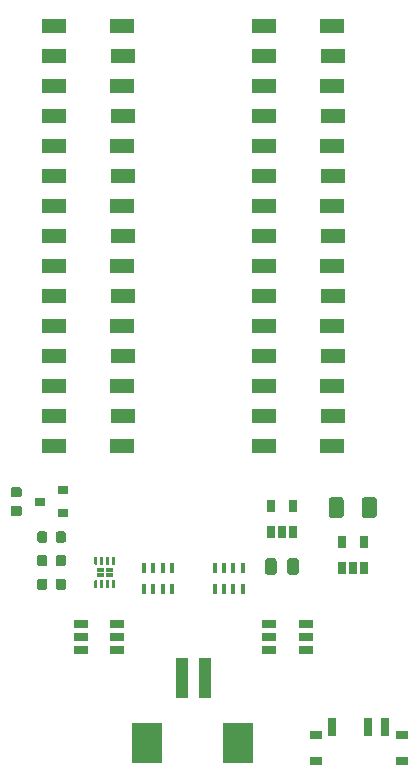
<source format=gbr>
G04 #@! TF.GenerationSoftware,KiCad,Pcbnew,(5.0.1-3-g963ef8bb5)*
G04 #@! TF.CreationDate,2020-03-03T13:58:01+01:00*
G04 #@! TF.ProjectId,studIOTmega_v11,73747564494F546D6567615F7631312E,rev?*
G04 #@! TF.SameCoordinates,Original*
G04 #@! TF.FileFunction,Paste,Top*
G04 #@! TF.FilePolarity,Positive*
%FSLAX46Y46*%
G04 Gerber Fmt 4.6, Leading zero omitted, Abs format (unit mm)*
G04 Created by KiCad (PCBNEW (5.0.1-3-g963ef8bb5)) date 2020 March 03, Tuesday 13:58:01*
%MOMM*%
%LPD*%
G01*
G04 APERTURE LIST*
%ADD10R,0.900000X0.800000*%
%ADD11C,0.100000*%
%ADD12C,0.360000*%
%ADD13C,0.250000*%
%ADD14R,2.000000X1.200000*%
%ADD15C,0.975000*%
%ADD16C,1.250000*%
%ADD17R,1.000000X3.500000*%
%ADD18R,2.500000X3.500000*%
%ADD19C,0.875000*%
%ADD20R,0.400000X0.900000*%
%ADD21R,0.700000X1.500000*%
%ADD22R,1.000000X0.800000*%
%ADD23R,0.650000X1.060000*%
%ADD24R,1.300000X0.700000*%
G04 APERTURE END LIST*
D10*
G04 #@! TO.C,Q00*
X89000000Y-123450000D03*
X89000000Y-121550000D03*
X87000000Y-122500000D03*
G04 #@! TD*
D11*
G04 #@! TO.C,U02*
G36*
X92343822Y-128545433D02*
X92352558Y-128546729D01*
X92361126Y-128548875D01*
X92369442Y-128551851D01*
X92377426Y-128555627D01*
X92385001Y-128560168D01*
X92392095Y-128565429D01*
X92398640Y-128571360D01*
X92404571Y-128577905D01*
X92409832Y-128584999D01*
X92414373Y-128592574D01*
X92418149Y-128600558D01*
X92421125Y-128608874D01*
X92423271Y-128617442D01*
X92424567Y-128626178D01*
X92425000Y-128635000D01*
X92425000Y-128815000D01*
X92424567Y-128823822D01*
X92423271Y-128832558D01*
X92421125Y-128841126D01*
X92418149Y-128849442D01*
X92414373Y-128857426D01*
X92409832Y-128865001D01*
X92404571Y-128872095D01*
X92398640Y-128878640D01*
X92392095Y-128884571D01*
X92385001Y-128889832D01*
X92377426Y-128894373D01*
X92369442Y-128898149D01*
X92361126Y-128901125D01*
X92352558Y-128903271D01*
X92343822Y-128904567D01*
X92335000Y-128905000D01*
X91915000Y-128905000D01*
X91906178Y-128904567D01*
X91897442Y-128903271D01*
X91888874Y-128901125D01*
X91880558Y-128898149D01*
X91872574Y-128894373D01*
X91864999Y-128889832D01*
X91857905Y-128884571D01*
X91851360Y-128878640D01*
X91845429Y-128872095D01*
X91840168Y-128865001D01*
X91835627Y-128857426D01*
X91831851Y-128849442D01*
X91828875Y-128841126D01*
X91826729Y-128832558D01*
X91825433Y-128823822D01*
X91825000Y-128815000D01*
X91825000Y-128635000D01*
X91825433Y-128626178D01*
X91826729Y-128617442D01*
X91828875Y-128608874D01*
X91831851Y-128600558D01*
X91835627Y-128592574D01*
X91840168Y-128584999D01*
X91845429Y-128577905D01*
X91851360Y-128571360D01*
X91857905Y-128565429D01*
X91864999Y-128560168D01*
X91872574Y-128555627D01*
X91880558Y-128551851D01*
X91888874Y-128548875D01*
X91897442Y-128546729D01*
X91906178Y-128545433D01*
X91915000Y-128545000D01*
X92335000Y-128545000D01*
X92343822Y-128545433D01*
X92343822Y-128545433D01*
G37*
D12*
X92125000Y-128725000D03*
D11*
G36*
X93093822Y-128545433D02*
X93102558Y-128546729D01*
X93111126Y-128548875D01*
X93119442Y-128551851D01*
X93127426Y-128555627D01*
X93135001Y-128560168D01*
X93142095Y-128565429D01*
X93148640Y-128571360D01*
X93154571Y-128577905D01*
X93159832Y-128584999D01*
X93164373Y-128592574D01*
X93168149Y-128600558D01*
X93171125Y-128608874D01*
X93173271Y-128617442D01*
X93174567Y-128626178D01*
X93175000Y-128635000D01*
X93175000Y-128815000D01*
X93174567Y-128823822D01*
X93173271Y-128832558D01*
X93171125Y-128841126D01*
X93168149Y-128849442D01*
X93164373Y-128857426D01*
X93159832Y-128865001D01*
X93154571Y-128872095D01*
X93148640Y-128878640D01*
X93142095Y-128884571D01*
X93135001Y-128889832D01*
X93127426Y-128894373D01*
X93119442Y-128898149D01*
X93111126Y-128901125D01*
X93102558Y-128903271D01*
X93093822Y-128904567D01*
X93085000Y-128905000D01*
X92665000Y-128905000D01*
X92656178Y-128904567D01*
X92647442Y-128903271D01*
X92638874Y-128901125D01*
X92630558Y-128898149D01*
X92622574Y-128894373D01*
X92614999Y-128889832D01*
X92607905Y-128884571D01*
X92601360Y-128878640D01*
X92595429Y-128872095D01*
X92590168Y-128865001D01*
X92585627Y-128857426D01*
X92581851Y-128849442D01*
X92578875Y-128841126D01*
X92576729Y-128832558D01*
X92575433Y-128823822D01*
X92575000Y-128815000D01*
X92575000Y-128635000D01*
X92575433Y-128626178D01*
X92576729Y-128617442D01*
X92578875Y-128608874D01*
X92581851Y-128600558D01*
X92585627Y-128592574D01*
X92590168Y-128584999D01*
X92595429Y-128577905D01*
X92601360Y-128571360D01*
X92607905Y-128565429D01*
X92614999Y-128560168D01*
X92622574Y-128555627D01*
X92630558Y-128551851D01*
X92638874Y-128548875D01*
X92647442Y-128546729D01*
X92656178Y-128545433D01*
X92665000Y-128545000D01*
X93085000Y-128545000D01*
X93093822Y-128545433D01*
X93093822Y-128545433D01*
G37*
D12*
X92875000Y-128725000D03*
D11*
G36*
X92343822Y-128095433D02*
X92352558Y-128096729D01*
X92361126Y-128098875D01*
X92369442Y-128101851D01*
X92377426Y-128105627D01*
X92385001Y-128110168D01*
X92392095Y-128115429D01*
X92398640Y-128121360D01*
X92404571Y-128127905D01*
X92409832Y-128134999D01*
X92414373Y-128142574D01*
X92418149Y-128150558D01*
X92421125Y-128158874D01*
X92423271Y-128167442D01*
X92424567Y-128176178D01*
X92425000Y-128185000D01*
X92425000Y-128365000D01*
X92424567Y-128373822D01*
X92423271Y-128382558D01*
X92421125Y-128391126D01*
X92418149Y-128399442D01*
X92414373Y-128407426D01*
X92409832Y-128415001D01*
X92404571Y-128422095D01*
X92398640Y-128428640D01*
X92392095Y-128434571D01*
X92385001Y-128439832D01*
X92377426Y-128444373D01*
X92369442Y-128448149D01*
X92361126Y-128451125D01*
X92352558Y-128453271D01*
X92343822Y-128454567D01*
X92335000Y-128455000D01*
X91915000Y-128455000D01*
X91906178Y-128454567D01*
X91897442Y-128453271D01*
X91888874Y-128451125D01*
X91880558Y-128448149D01*
X91872574Y-128444373D01*
X91864999Y-128439832D01*
X91857905Y-128434571D01*
X91851360Y-128428640D01*
X91845429Y-128422095D01*
X91840168Y-128415001D01*
X91835627Y-128407426D01*
X91831851Y-128399442D01*
X91828875Y-128391126D01*
X91826729Y-128382558D01*
X91825433Y-128373822D01*
X91825000Y-128365000D01*
X91825000Y-128185000D01*
X91825433Y-128176178D01*
X91826729Y-128167442D01*
X91828875Y-128158874D01*
X91831851Y-128150558D01*
X91835627Y-128142574D01*
X91840168Y-128134999D01*
X91845429Y-128127905D01*
X91851360Y-128121360D01*
X91857905Y-128115429D01*
X91864999Y-128110168D01*
X91872574Y-128105627D01*
X91880558Y-128101851D01*
X91888874Y-128098875D01*
X91897442Y-128096729D01*
X91906178Y-128095433D01*
X91915000Y-128095000D01*
X92335000Y-128095000D01*
X92343822Y-128095433D01*
X92343822Y-128095433D01*
G37*
D12*
X92125000Y-128275000D03*
D11*
G36*
X93093822Y-128095433D02*
X93102558Y-128096729D01*
X93111126Y-128098875D01*
X93119442Y-128101851D01*
X93127426Y-128105627D01*
X93135001Y-128110168D01*
X93142095Y-128115429D01*
X93148640Y-128121360D01*
X93154571Y-128127905D01*
X93159832Y-128134999D01*
X93164373Y-128142574D01*
X93168149Y-128150558D01*
X93171125Y-128158874D01*
X93173271Y-128167442D01*
X93174567Y-128176178D01*
X93175000Y-128185000D01*
X93175000Y-128365000D01*
X93174567Y-128373822D01*
X93173271Y-128382558D01*
X93171125Y-128391126D01*
X93168149Y-128399442D01*
X93164373Y-128407426D01*
X93159832Y-128415001D01*
X93154571Y-128422095D01*
X93148640Y-128428640D01*
X93142095Y-128434571D01*
X93135001Y-128439832D01*
X93127426Y-128444373D01*
X93119442Y-128448149D01*
X93111126Y-128451125D01*
X93102558Y-128453271D01*
X93093822Y-128454567D01*
X93085000Y-128455000D01*
X92665000Y-128455000D01*
X92656178Y-128454567D01*
X92647442Y-128453271D01*
X92638874Y-128451125D01*
X92630558Y-128448149D01*
X92622574Y-128444373D01*
X92614999Y-128439832D01*
X92607905Y-128434571D01*
X92601360Y-128428640D01*
X92595429Y-128422095D01*
X92590168Y-128415001D01*
X92585627Y-128407426D01*
X92581851Y-128399442D01*
X92578875Y-128391126D01*
X92576729Y-128382558D01*
X92575433Y-128373822D01*
X92575000Y-128365000D01*
X92575000Y-128185000D01*
X92575433Y-128176178D01*
X92576729Y-128167442D01*
X92578875Y-128158874D01*
X92581851Y-128150558D01*
X92585627Y-128142574D01*
X92590168Y-128134999D01*
X92595429Y-128127905D01*
X92601360Y-128121360D01*
X92607905Y-128115429D01*
X92614999Y-128110168D01*
X92622574Y-128105627D01*
X92630558Y-128101851D01*
X92638874Y-128098875D01*
X92647442Y-128096729D01*
X92656178Y-128095433D01*
X92665000Y-128095000D01*
X93085000Y-128095000D01*
X93093822Y-128095433D01*
X93093822Y-128095433D01*
G37*
D12*
X92875000Y-128275000D03*
D11*
G36*
X91818626Y-129150301D02*
X91824693Y-129151201D01*
X91830643Y-129152691D01*
X91836418Y-129154758D01*
X91841962Y-129157380D01*
X91847223Y-129160533D01*
X91852150Y-129164187D01*
X91856694Y-129168306D01*
X91860813Y-129172850D01*
X91864467Y-129177777D01*
X91867620Y-129183038D01*
X91870242Y-129188582D01*
X91872309Y-129194357D01*
X91873799Y-129200307D01*
X91874699Y-129206374D01*
X91875000Y-129212500D01*
X91875000Y-129787500D01*
X91874699Y-129793626D01*
X91873799Y-129799693D01*
X91872309Y-129805643D01*
X91870242Y-129811418D01*
X91867620Y-129816962D01*
X91864467Y-129822223D01*
X91860813Y-129827150D01*
X91856694Y-129831694D01*
X91852150Y-129835813D01*
X91847223Y-129839467D01*
X91841962Y-129842620D01*
X91836418Y-129845242D01*
X91830643Y-129847309D01*
X91824693Y-129848799D01*
X91818626Y-129849699D01*
X91812500Y-129850000D01*
X91687500Y-129850000D01*
X91681374Y-129849699D01*
X91675307Y-129848799D01*
X91669357Y-129847309D01*
X91663582Y-129845242D01*
X91658038Y-129842620D01*
X91652777Y-129839467D01*
X91647850Y-129835813D01*
X91643306Y-129831694D01*
X91639187Y-129827150D01*
X91635533Y-129822223D01*
X91632380Y-129816962D01*
X91629758Y-129811418D01*
X91627691Y-129805643D01*
X91626201Y-129799693D01*
X91625301Y-129793626D01*
X91625000Y-129787500D01*
X91625000Y-129212500D01*
X91625301Y-129206374D01*
X91626201Y-129200307D01*
X91627691Y-129194357D01*
X91629758Y-129188582D01*
X91632380Y-129183038D01*
X91635533Y-129177777D01*
X91639187Y-129172850D01*
X91643306Y-129168306D01*
X91647850Y-129164187D01*
X91652777Y-129160533D01*
X91658038Y-129157380D01*
X91663582Y-129154758D01*
X91669357Y-129152691D01*
X91675307Y-129151201D01*
X91681374Y-129150301D01*
X91687500Y-129150000D01*
X91812500Y-129150000D01*
X91818626Y-129150301D01*
X91818626Y-129150301D01*
G37*
D13*
X91750000Y-129500000D03*
D11*
G36*
X92318626Y-129150301D02*
X92324693Y-129151201D01*
X92330643Y-129152691D01*
X92336418Y-129154758D01*
X92341962Y-129157380D01*
X92347223Y-129160533D01*
X92352150Y-129164187D01*
X92356694Y-129168306D01*
X92360813Y-129172850D01*
X92364467Y-129177777D01*
X92367620Y-129183038D01*
X92370242Y-129188582D01*
X92372309Y-129194357D01*
X92373799Y-129200307D01*
X92374699Y-129206374D01*
X92375000Y-129212500D01*
X92375000Y-129787500D01*
X92374699Y-129793626D01*
X92373799Y-129799693D01*
X92372309Y-129805643D01*
X92370242Y-129811418D01*
X92367620Y-129816962D01*
X92364467Y-129822223D01*
X92360813Y-129827150D01*
X92356694Y-129831694D01*
X92352150Y-129835813D01*
X92347223Y-129839467D01*
X92341962Y-129842620D01*
X92336418Y-129845242D01*
X92330643Y-129847309D01*
X92324693Y-129848799D01*
X92318626Y-129849699D01*
X92312500Y-129850000D01*
X92187500Y-129850000D01*
X92181374Y-129849699D01*
X92175307Y-129848799D01*
X92169357Y-129847309D01*
X92163582Y-129845242D01*
X92158038Y-129842620D01*
X92152777Y-129839467D01*
X92147850Y-129835813D01*
X92143306Y-129831694D01*
X92139187Y-129827150D01*
X92135533Y-129822223D01*
X92132380Y-129816962D01*
X92129758Y-129811418D01*
X92127691Y-129805643D01*
X92126201Y-129799693D01*
X92125301Y-129793626D01*
X92125000Y-129787500D01*
X92125000Y-129212500D01*
X92125301Y-129206374D01*
X92126201Y-129200307D01*
X92127691Y-129194357D01*
X92129758Y-129188582D01*
X92132380Y-129183038D01*
X92135533Y-129177777D01*
X92139187Y-129172850D01*
X92143306Y-129168306D01*
X92147850Y-129164187D01*
X92152777Y-129160533D01*
X92158038Y-129157380D01*
X92163582Y-129154758D01*
X92169357Y-129152691D01*
X92175307Y-129151201D01*
X92181374Y-129150301D01*
X92187500Y-129150000D01*
X92312500Y-129150000D01*
X92318626Y-129150301D01*
X92318626Y-129150301D01*
G37*
D13*
X92250000Y-129500000D03*
D11*
G36*
X92818626Y-129150301D02*
X92824693Y-129151201D01*
X92830643Y-129152691D01*
X92836418Y-129154758D01*
X92841962Y-129157380D01*
X92847223Y-129160533D01*
X92852150Y-129164187D01*
X92856694Y-129168306D01*
X92860813Y-129172850D01*
X92864467Y-129177777D01*
X92867620Y-129183038D01*
X92870242Y-129188582D01*
X92872309Y-129194357D01*
X92873799Y-129200307D01*
X92874699Y-129206374D01*
X92875000Y-129212500D01*
X92875000Y-129787500D01*
X92874699Y-129793626D01*
X92873799Y-129799693D01*
X92872309Y-129805643D01*
X92870242Y-129811418D01*
X92867620Y-129816962D01*
X92864467Y-129822223D01*
X92860813Y-129827150D01*
X92856694Y-129831694D01*
X92852150Y-129835813D01*
X92847223Y-129839467D01*
X92841962Y-129842620D01*
X92836418Y-129845242D01*
X92830643Y-129847309D01*
X92824693Y-129848799D01*
X92818626Y-129849699D01*
X92812500Y-129850000D01*
X92687500Y-129850000D01*
X92681374Y-129849699D01*
X92675307Y-129848799D01*
X92669357Y-129847309D01*
X92663582Y-129845242D01*
X92658038Y-129842620D01*
X92652777Y-129839467D01*
X92647850Y-129835813D01*
X92643306Y-129831694D01*
X92639187Y-129827150D01*
X92635533Y-129822223D01*
X92632380Y-129816962D01*
X92629758Y-129811418D01*
X92627691Y-129805643D01*
X92626201Y-129799693D01*
X92625301Y-129793626D01*
X92625000Y-129787500D01*
X92625000Y-129212500D01*
X92625301Y-129206374D01*
X92626201Y-129200307D01*
X92627691Y-129194357D01*
X92629758Y-129188582D01*
X92632380Y-129183038D01*
X92635533Y-129177777D01*
X92639187Y-129172850D01*
X92643306Y-129168306D01*
X92647850Y-129164187D01*
X92652777Y-129160533D01*
X92658038Y-129157380D01*
X92663582Y-129154758D01*
X92669357Y-129152691D01*
X92675307Y-129151201D01*
X92681374Y-129150301D01*
X92687500Y-129150000D01*
X92812500Y-129150000D01*
X92818626Y-129150301D01*
X92818626Y-129150301D01*
G37*
D13*
X92750000Y-129500000D03*
D11*
G36*
X93318626Y-129150301D02*
X93324693Y-129151201D01*
X93330643Y-129152691D01*
X93336418Y-129154758D01*
X93341962Y-129157380D01*
X93347223Y-129160533D01*
X93352150Y-129164187D01*
X93356694Y-129168306D01*
X93360813Y-129172850D01*
X93364467Y-129177777D01*
X93367620Y-129183038D01*
X93370242Y-129188582D01*
X93372309Y-129194357D01*
X93373799Y-129200307D01*
X93374699Y-129206374D01*
X93375000Y-129212500D01*
X93375000Y-129787500D01*
X93374699Y-129793626D01*
X93373799Y-129799693D01*
X93372309Y-129805643D01*
X93370242Y-129811418D01*
X93367620Y-129816962D01*
X93364467Y-129822223D01*
X93360813Y-129827150D01*
X93356694Y-129831694D01*
X93352150Y-129835813D01*
X93347223Y-129839467D01*
X93341962Y-129842620D01*
X93336418Y-129845242D01*
X93330643Y-129847309D01*
X93324693Y-129848799D01*
X93318626Y-129849699D01*
X93312500Y-129850000D01*
X93187500Y-129850000D01*
X93181374Y-129849699D01*
X93175307Y-129848799D01*
X93169357Y-129847309D01*
X93163582Y-129845242D01*
X93158038Y-129842620D01*
X93152777Y-129839467D01*
X93147850Y-129835813D01*
X93143306Y-129831694D01*
X93139187Y-129827150D01*
X93135533Y-129822223D01*
X93132380Y-129816962D01*
X93129758Y-129811418D01*
X93127691Y-129805643D01*
X93126201Y-129799693D01*
X93125301Y-129793626D01*
X93125000Y-129787500D01*
X93125000Y-129212500D01*
X93125301Y-129206374D01*
X93126201Y-129200307D01*
X93127691Y-129194357D01*
X93129758Y-129188582D01*
X93132380Y-129183038D01*
X93135533Y-129177777D01*
X93139187Y-129172850D01*
X93143306Y-129168306D01*
X93147850Y-129164187D01*
X93152777Y-129160533D01*
X93158038Y-129157380D01*
X93163582Y-129154758D01*
X93169357Y-129152691D01*
X93175307Y-129151201D01*
X93181374Y-129150301D01*
X93187500Y-129150000D01*
X93312500Y-129150000D01*
X93318626Y-129150301D01*
X93318626Y-129150301D01*
G37*
D13*
X93250000Y-129500000D03*
D11*
G36*
X93318626Y-127150301D02*
X93324693Y-127151201D01*
X93330643Y-127152691D01*
X93336418Y-127154758D01*
X93341962Y-127157380D01*
X93347223Y-127160533D01*
X93352150Y-127164187D01*
X93356694Y-127168306D01*
X93360813Y-127172850D01*
X93364467Y-127177777D01*
X93367620Y-127183038D01*
X93370242Y-127188582D01*
X93372309Y-127194357D01*
X93373799Y-127200307D01*
X93374699Y-127206374D01*
X93375000Y-127212500D01*
X93375000Y-127787500D01*
X93374699Y-127793626D01*
X93373799Y-127799693D01*
X93372309Y-127805643D01*
X93370242Y-127811418D01*
X93367620Y-127816962D01*
X93364467Y-127822223D01*
X93360813Y-127827150D01*
X93356694Y-127831694D01*
X93352150Y-127835813D01*
X93347223Y-127839467D01*
X93341962Y-127842620D01*
X93336418Y-127845242D01*
X93330643Y-127847309D01*
X93324693Y-127848799D01*
X93318626Y-127849699D01*
X93312500Y-127850000D01*
X93187500Y-127850000D01*
X93181374Y-127849699D01*
X93175307Y-127848799D01*
X93169357Y-127847309D01*
X93163582Y-127845242D01*
X93158038Y-127842620D01*
X93152777Y-127839467D01*
X93147850Y-127835813D01*
X93143306Y-127831694D01*
X93139187Y-127827150D01*
X93135533Y-127822223D01*
X93132380Y-127816962D01*
X93129758Y-127811418D01*
X93127691Y-127805643D01*
X93126201Y-127799693D01*
X93125301Y-127793626D01*
X93125000Y-127787500D01*
X93125000Y-127212500D01*
X93125301Y-127206374D01*
X93126201Y-127200307D01*
X93127691Y-127194357D01*
X93129758Y-127188582D01*
X93132380Y-127183038D01*
X93135533Y-127177777D01*
X93139187Y-127172850D01*
X93143306Y-127168306D01*
X93147850Y-127164187D01*
X93152777Y-127160533D01*
X93158038Y-127157380D01*
X93163582Y-127154758D01*
X93169357Y-127152691D01*
X93175307Y-127151201D01*
X93181374Y-127150301D01*
X93187500Y-127150000D01*
X93312500Y-127150000D01*
X93318626Y-127150301D01*
X93318626Y-127150301D01*
G37*
D13*
X93250000Y-127500000D03*
D11*
G36*
X92818626Y-127150301D02*
X92824693Y-127151201D01*
X92830643Y-127152691D01*
X92836418Y-127154758D01*
X92841962Y-127157380D01*
X92847223Y-127160533D01*
X92852150Y-127164187D01*
X92856694Y-127168306D01*
X92860813Y-127172850D01*
X92864467Y-127177777D01*
X92867620Y-127183038D01*
X92870242Y-127188582D01*
X92872309Y-127194357D01*
X92873799Y-127200307D01*
X92874699Y-127206374D01*
X92875000Y-127212500D01*
X92875000Y-127787500D01*
X92874699Y-127793626D01*
X92873799Y-127799693D01*
X92872309Y-127805643D01*
X92870242Y-127811418D01*
X92867620Y-127816962D01*
X92864467Y-127822223D01*
X92860813Y-127827150D01*
X92856694Y-127831694D01*
X92852150Y-127835813D01*
X92847223Y-127839467D01*
X92841962Y-127842620D01*
X92836418Y-127845242D01*
X92830643Y-127847309D01*
X92824693Y-127848799D01*
X92818626Y-127849699D01*
X92812500Y-127850000D01*
X92687500Y-127850000D01*
X92681374Y-127849699D01*
X92675307Y-127848799D01*
X92669357Y-127847309D01*
X92663582Y-127845242D01*
X92658038Y-127842620D01*
X92652777Y-127839467D01*
X92647850Y-127835813D01*
X92643306Y-127831694D01*
X92639187Y-127827150D01*
X92635533Y-127822223D01*
X92632380Y-127816962D01*
X92629758Y-127811418D01*
X92627691Y-127805643D01*
X92626201Y-127799693D01*
X92625301Y-127793626D01*
X92625000Y-127787500D01*
X92625000Y-127212500D01*
X92625301Y-127206374D01*
X92626201Y-127200307D01*
X92627691Y-127194357D01*
X92629758Y-127188582D01*
X92632380Y-127183038D01*
X92635533Y-127177777D01*
X92639187Y-127172850D01*
X92643306Y-127168306D01*
X92647850Y-127164187D01*
X92652777Y-127160533D01*
X92658038Y-127157380D01*
X92663582Y-127154758D01*
X92669357Y-127152691D01*
X92675307Y-127151201D01*
X92681374Y-127150301D01*
X92687500Y-127150000D01*
X92812500Y-127150000D01*
X92818626Y-127150301D01*
X92818626Y-127150301D01*
G37*
D13*
X92750000Y-127500000D03*
D11*
G36*
X92318626Y-127150301D02*
X92324693Y-127151201D01*
X92330643Y-127152691D01*
X92336418Y-127154758D01*
X92341962Y-127157380D01*
X92347223Y-127160533D01*
X92352150Y-127164187D01*
X92356694Y-127168306D01*
X92360813Y-127172850D01*
X92364467Y-127177777D01*
X92367620Y-127183038D01*
X92370242Y-127188582D01*
X92372309Y-127194357D01*
X92373799Y-127200307D01*
X92374699Y-127206374D01*
X92375000Y-127212500D01*
X92375000Y-127787500D01*
X92374699Y-127793626D01*
X92373799Y-127799693D01*
X92372309Y-127805643D01*
X92370242Y-127811418D01*
X92367620Y-127816962D01*
X92364467Y-127822223D01*
X92360813Y-127827150D01*
X92356694Y-127831694D01*
X92352150Y-127835813D01*
X92347223Y-127839467D01*
X92341962Y-127842620D01*
X92336418Y-127845242D01*
X92330643Y-127847309D01*
X92324693Y-127848799D01*
X92318626Y-127849699D01*
X92312500Y-127850000D01*
X92187500Y-127850000D01*
X92181374Y-127849699D01*
X92175307Y-127848799D01*
X92169357Y-127847309D01*
X92163582Y-127845242D01*
X92158038Y-127842620D01*
X92152777Y-127839467D01*
X92147850Y-127835813D01*
X92143306Y-127831694D01*
X92139187Y-127827150D01*
X92135533Y-127822223D01*
X92132380Y-127816962D01*
X92129758Y-127811418D01*
X92127691Y-127805643D01*
X92126201Y-127799693D01*
X92125301Y-127793626D01*
X92125000Y-127787500D01*
X92125000Y-127212500D01*
X92125301Y-127206374D01*
X92126201Y-127200307D01*
X92127691Y-127194357D01*
X92129758Y-127188582D01*
X92132380Y-127183038D01*
X92135533Y-127177777D01*
X92139187Y-127172850D01*
X92143306Y-127168306D01*
X92147850Y-127164187D01*
X92152777Y-127160533D01*
X92158038Y-127157380D01*
X92163582Y-127154758D01*
X92169357Y-127152691D01*
X92175307Y-127151201D01*
X92181374Y-127150301D01*
X92187500Y-127150000D01*
X92312500Y-127150000D01*
X92318626Y-127150301D01*
X92318626Y-127150301D01*
G37*
D13*
X92250000Y-127500000D03*
D11*
G36*
X91818626Y-127150301D02*
X91824693Y-127151201D01*
X91830643Y-127152691D01*
X91836418Y-127154758D01*
X91841962Y-127157380D01*
X91847223Y-127160533D01*
X91852150Y-127164187D01*
X91856694Y-127168306D01*
X91860813Y-127172850D01*
X91864467Y-127177777D01*
X91867620Y-127183038D01*
X91870242Y-127188582D01*
X91872309Y-127194357D01*
X91873799Y-127200307D01*
X91874699Y-127206374D01*
X91875000Y-127212500D01*
X91875000Y-127787500D01*
X91874699Y-127793626D01*
X91873799Y-127799693D01*
X91872309Y-127805643D01*
X91870242Y-127811418D01*
X91867620Y-127816962D01*
X91864467Y-127822223D01*
X91860813Y-127827150D01*
X91856694Y-127831694D01*
X91852150Y-127835813D01*
X91847223Y-127839467D01*
X91841962Y-127842620D01*
X91836418Y-127845242D01*
X91830643Y-127847309D01*
X91824693Y-127848799D01*
X91818626Y-127849699D01*
X91812500Y-127850000D01*
X91687500Y-127850000D01*
X91681374Y-127849699D01*
X91675307Y-127848799D01*
X91669357Y-127847309D01*
X91663582Y-127845242D01*
X91658038Y-127842620D01*
X91652777Y-127839467D01*
X91647850Y-127835813D01*
X91643306Y-127831694D01*
X91639187Y-127827150D01*
X91635533Y-127822223D01*
X91632380Y-127816962D01*
X91629758Y-127811418D01*
X91627691Y-127805643D01*
X91626201Y-127799693D01*
X91625301Y-127793626D01*
X91625000Y-127787500D01*
X91625000Y-127212500D01*
X91625301Y-127206374D01*
X91626201Y-127200307D01*
X91627691Y-127194357D01*
X91629758Y-127188582D01*
X91632380Y-127183038D01*
X91635533Y-127177777D01*
X91639187Y-127172850D01*
X91643306Y-127168306D01*
X91647850Y-127164187D01*
X91652777Y-127160533D01*
X91658038Y-127157380D01*
X91663582Y-127154758D01*
X91669357Y-127152691D01*
X91675307Y-127151201D01*
X91681374Y-127150301D01*
X91687500Y-127150000D01*
X91812500Y-127150000D01*
X91818626Y-127150301D01*
X91818626Y-127150301D01*
G37*
D13*
X91750000Y-127500000D03*
G04 #@! TD*
D14*
G04 #@! TO.C,U00*
X88190000Y-82220000D03*
X94030000Y-84760000D03*
X88190000Y-87300000D03*
X94030000Y-89840000D03*
X88190000Y-92380000D03*
X94030000Y-94920000D03*
X88190000Y-97460000D03*
X94030000Y-100000000D03*
X88190000Y-102540000D03*
X94030000Y-105080000D03*
X88190000Y-107620000D03*
X94030000Y-110160000D03*
X88190000Y-112700000D03*
X94030000Y-115240000D03*
X88190000Y-117780000D03*
X105970000Y-117780000D03*
X111810000Y-115240000D03*
X105970000Y-112700000D03*
X111810000Y-110160000D03*
X105970000Y-107620000D03*
X111810000Y-105080000D03*
X105970000Y-102540000D03*
X111810000Y-100000000D03*
X105970000Y-97460000D03*
X111810000Y-94920000D03*
X105970000Y-92380000D03*
X111810000Y-89840000D03*
X105970000Y-87300000D03*
X111810000Y-84760000D03*
X105970000Y-82220000D03*
X106010000Y-89840000D03*
X106010000Y-94920000D03*
X106010000Y-84760000D03*
X106010000Y-115240000D03*
X106010000Y-110160000D03*
X106010000Y-100000000D03*
X106010000Y-105080000D03*
X111770000Y-107620000D03*
X111770000Y-82220000D03*
X111770000Y-117780000D03*
X111770000Y-92380000D03*
X111770000Y-97460000D03*
X111770000Y-112700000D03*
X111770000Y-87300000D03*
X111770000Y-102540000D03*
X88230000Y-89840000D03*
X88230000Y-94920000D03*
X88230000Y-110160000D03*
X88230000Y-84760000D03*
X88230000Y-105080000D03*
X88230000Y-100000000D03*
X88230000Y-115240000D03*
X93990000Y-107620000D03*
X93990000Y-117780000D03*
X93990000Y-92380000D03*
X93990000Y-112700000D03*
X93990000Y-102540000D03*
X93990000Y-87300000D03*
X93990000Y-82220000D03*
X93990000Y-97460000D03*
G04 #@! TD*
D11*
G04 #@! TO.C,C00*
G36*
X108705142Y-127301174D02*
X108728803Y-127304684D01*
X108752007Y-127310496D01*
X108774529Y-127318554D01*
X108796153Y-127328782D01*
X108816670Y-127341079D01*
X108835883Y-127355329D01*
X108853607Y-127371393D01*
X108869671Y-127389117D01*
X108883921Y-127408330D01*
X108896218Y-127428847D01*
X108906446Y-127450471D01*
X108914504Y-127472993D01*
X108920316Y-127496197D01*
X108923826Y-127519858D01*
X108925000Y-127543750D01*
X108925000Y-128456250D01*
X108923826Y-128480142D01*
X108920316Y-128503803D01*
X108914504Y-128527007D01*
X108906446Y-128549529D01*
X108896218Y-128571153D01*
X108883921Y-128591670D01*
X108869671Y-128610883D01*
X108853607Y-128628607D01*
X108835883Y-128644671D01*
X108816670Y-128658921D01*
X108796153Y-128671218D01*
X108774529Y-128681446D01*
X108752007Y-128689504D01*
X108728803Y-128695316D01*
X108705142Y-128698826D01*
X108681250Y-128700000D01*
X108193750Y-128700000D01*
X108169858Y-128698826D01*
X108146197Y-128695316D01*
X108122993Y-128689504D01*
X108100471Y-128681446D01*
X108078847Y-128671218D01*
X108058330Y-128658921D01*
X108039117Y-128644671D01*
X108021393Y-128628607D01*
X108005329Y-128610883D01*
X107991079Y-128591670D01*
X107978782Y-128571153D01*
X107968554Y-128549529D01*
X107960496Y-128527007D01*
X107954684Y-128503803D01*
X107951174Y-128480142D01*
X107950000Y-128456250D01*
X107950000Y-127543750D01*
X107951174Y-127519858D01*
X107954684Y-127496197D01*
X107960496Y-127472993D01*
X107968554Y-127450471D01*
X107978782Y-127428847D01*
X107991079Y-127408330D01*
X108005329Y-127389117D01*
X108021393Y-127371393D01*
X108039117Y-127355329D01*
X108058330Y-127341079D01*
X108078847Y-127328782D01*
X108100471Y-127318554D01*
X108122993Y-127310496D01*
X108146197Y-127304684D01*
X108169858Y-127301174D01*
X108193750Y-127300000D01*
X108681250Y-127300000D01*
X108705142Y-127301174D01*
X108705142Y-127301174D01*
G37*
D15*
X108437500Y-128000000D03*
D11*
G36*
X106830142Y-127301174D02*
X106853803Y-127304684D01*
X106877007Y-127310496D01*
X106899529Y-127318554D01*
X106921153Y-127328782D01*
X106941670Y-127341079D01*
X106960883Y-127355329D01*
X106978607Y-127371393D01*
X106994671Y-127389117D01*
X107008921Y-127408330D01*
X107021218Y-127428847D01*
X107031446Y-127450471D01*
X107039504Y-127472993D01*
X107045316Y-127496197D01*
X107048826Y-127519858D01*
X107050000Y-127543750D01*
X107050000Y-128456250D01*
X107048826Y-128480142D01*
X107045316Y-128503803D01*
X107039504Y-128527007D01*
X107031446Y-128549529D01*
X107021218Y-128571153D01*
X107008921Y-128591670D01*
X106994671Y-128610883D01*
X106978607Y-128628607D01*
X106960883Y-128644671D01*
X106941670Y-128658921D01*
X106921153Y-128671218D01*
X106899529Y-128681446D01*
X106877007Y-128689504D01*
X106853803Y-128695316D01*
X106830142Y-128698826D01*
X106806250Y-128700000D01*
X106318750Y-128700000D01*
X106294858Y-128698826D01*
X106271197Y-128695316D01*
X106247993Y-128689504D01*
X106225471Y-128681446D01*
X106203847Y-128671218D01*
X106183330Y-128658921D01*
X106164117Y-128644671D01*
X106146393Y-128628607D01*
X106130329Y-128610883D01*
X106116079Y-128591670D01*
X106103782Y-128571153D01*
X106093554Y-128549529D01*
X106085496Y-128527007D01*
X106079684Y-128503803D01*
X106076174Y-128480142D01*
X106075000Y-128456250D01*
X106075000Y-127543750D01*
X106076174Y-127519858D01*
X106079684Y-127496197D01*
X106085496Y-127472993D01*
X106093554Y-127450471D01*
X106103782Y-127428847D01*
X106116079Y-127408330D01*
X106130329Y-127389117D01*
X106146393Y-127371393D01*
X106164117Y-127355329D01*
X106183330Y-127341079D01*
X106203847Y-127328782D01*
X106225471Y-127318554D01*
X106247993Y-127310496D01*
X106271197Y-127304684D01*
X106294858Y-127301174D01*
X106318750Y-127300000D01*
X106806250Y-127300000D01*
X106830142Y-127301174D01*
X106830142Y-127301174D01*
G37*
D15*
X106562500Y-128000000D03*
G04 #@! TD*
D11*
G04 #@! TO.C,C01*
G36*
X112499504Y-122126204D02*
X112523773Y-122129804D01*
X112547571Y-122135765D01*
X112570671Y-122144030D01*
X112592849Y-122154520D01*
X112613893Y-122167133D01*
X112633598Y-122181747D01*
X112651777Y-122198223D01*
X112668253Y-122216402D01*
X112682867Y-122236107D01*
X112695480Y-122257151D01*
X112705970Y-122279329D01*
X112714235Y-122302429D01*
X112720196Y-122326227D01*
X112723796Y-122350496D01*
X112725000Y-122375000D01*
X112725000Y-123625000D01*
X112723796Y-123649504D01*
X112720196Y-123673773D01*
X112714235Y-123697571D01*
X112705970Y-123720671D01*
X112695480Y-123742849D01*
X112682867Y-123763893D01*
X112668253Y-123783598D01*
X112651777Y-123801777D01*
X112633598Y-123818253D01*
X112613893Y-123832867D01*
X112592849Y-123845480D01*
X112570671Y-123855970D01*
X112547571Y-123864235D01*
X112523773Y-123870196D01*
X112499504Y-123873796D01*
X112475000Y-123875000D01*
X111725000Y-123875000D01*
X111700496Y-123873796D01*
X111676227Y-123870196D01*
X111652429Y-123864235D01*
X111629329Y-123855970D01*
X111607151Y-123845480D01*
X111586107Y-123832867D01*
X111566402Y-123818253D01*
X111548223Y-123801777D01*
X111531747Y-123783598D01*
X111517133Y-123763893D01*
X111504520Y-123742849D01*
X111494030Y-123720671D01*
X111485765Y-123697571D01*
X111479804Y-123673773D01*
X111476204Y-123649504D01*
X111475000Y-123625000D01*
X111475000Y-122375000D01*
X111476204Y-122350496D01*
X111479804Y-122326227D01*
X111485765Y-122302429D01*
X111494030Y-122279329D01*
X111504520Y-122257151D01*
X111517133Y-122236107D01*
X111531747Y-122216402D01*
X111548223Y-122198223D01*
X111566402Y-122181747D01*
X111586107Y-122167133D01*
X111607151Y-122154520D01*
X111629329Y-122144030D01*
X111652429Y-122135765D01*
X111676227Y-122129804D01*
X111700496Y-122126204D01*
X111725000Y-122125000D01*
X112475000Y-122125000D01*
X112499504Y-122126204D01*
X112499504Y-122126204D01*
G37*
D16*
X112100000Y-123000000D03*
D11*
G36*
X115299504Y-122126204D02*
X115323773Y-122129804D01*
X115347571Y-122135765D01*
X115370671Y-122144030D01*
X115392849Y-122154520D01*
X115413893Y-122167133D01*
X115433598Y-122181747D01*
X115451777Y-122198223D01*
X115468253Y-122216402D01*
X115482867Y-122236107D01*
X115495480Y-122257151D01*
X115505970Y-122279329D01*
X115514235Y-122302429D01*
X115520196Y-122326227D01*
X115523796Y-122350496D01*
X115525000Y-122375000D01*
X115525000Y-123625000D01*
X115523796Y-123649504D01*
X115520196Y-123673773D01*
X115514235Y-123697571D01*
X115505970Y-123720671D01*
X115495480Y-123742849D01*
X115482867Y-123763893D01*
X115468253Y-123783598D01*
X115451777Y-123801777D01*
X115433598Y-123818253D01*
X115413893Y-123832867D01*
X115392849Y-123845480D01*
X115370671Y-123855970D01*
X115347571Y-123864235D01*
X115323773Y-123870196D01*
X115299504Y-123873796D01*
X115275000Y-123875000D01*
X114525000Y-123875000D01*
X114500496Y-123873796D01*
X114476227Y-123870196D01*
X114452429Y-123864235D01*
X114429329Y-123855970D01*
X114407151Y-123845480D01*
X114386107Y-123832867D01*
X114366402Y-123818253D01*
X114348223Y-123801777D01*
X114331747Y-123783598D01*
X114317133Y-123763893D01*
X114304520Y-123742849D01*
X114294030Y-123720671D01*
X114285765Y-123697571D01*
X114279804Y-123673773D01*
X114276204Y-123649504D01*
X114275000Y-123625000D01*
X114275000Y-122375000D01*
X114276204Y-122350496D01*
X114279804Y-122326227D01*
X114285765Y-122302429D01*
X114294030Y-122279329D01*
X114304520Y-122257151D01*
X114317133Y-122236107D01*
X114331747Y-122216402D01*
X114348223Y-122198223D01*
X114366402Y-122181747D01*
X114386107Y-122167133D01*
X114407151Y-122154520D01*
X114429329Y-122144030D01*
X114452429Y-122135765D01*
X114476227Y-122129804D01*
X114500496Y-122126204D01*
X114525000Y-122125000D01*
X115275000Y-122125000D01*
X115299504Y-122126204D01*
X115299504Y-122126204D01*
G37*
D16*
X114900000Y-123000000D03*
G04 #@! TD*
D17*
G04 #@! TO.C,J12*
X101000000Y-137400000D03*
X99000000Y-137400000D03*
D18*
X96100000Y-142900000D03*
X103800000Y-142900000D03*
G04 #@! TD*
D11*
G04 #@! TO.C,R00*
G36*
X89027691Y-129026053D02*
X89048926Y-129029203D01*
X89069750Y-129034419D01*
X89089962Y-129041651D01*
X89109368Y-129050830D01*
X89127781Y-129061866D01*
X89145024Y-129074654D01*
X89160930Y-129089070D01*
X89175346Y-129104976D01*
X89188134Y-129122219D01*
X89199170Y-129140632D01*
X89208349Y-129160038D01*
X89215581Y-129180250D01*
X89220797Y-129201074D01*
X89223947Y-129222309D01*
X89225000Y-129243750D01*
X89225000Y-129756250D01*
X89223947Y-129777691D01*
X89220797Y-129798926D01*
X89215581Y-129819750D01*
X89208349Y-129839962D01*
X89199170Y-129859368D01*
X89188134Y-129877781D01*
X89175346Y-129895024D01*
X89160930Y-129910930D01*
X89145024Y-129925346D01*
X89127781Y-129938134D01*
X89109368Y-129949170D01*
X89089962Y-129958349D01*
X89069750Y-129965581D01*
X89048926Y-129970797D01*
X89027691Y-129973947D01*
X89006250Y-129975000D01*
X88568750Y-129975000D01*
X88547309Y-129973947D01*
X88526074Y-129970797D01*
X88505250Y-129965581D01*
X88485038Y-129958349D01*
X88465632Y-129949170D01*
X88447219Y-129938134D01*
X88429976Y-129925346D01*
X88414070Y-129910930D01*
X88399654Y-129895024D01*
X88386866Y-129877781D01*
X88375830Y-129859368D01*
X88366651Y-129839962D01*
X88359419Y-129819750D01*
X88354203Y-129798926D01*
X88351053Y-129777691D01*
X88350000Y-129756250D01*
X88350000Y-129243750D01*
X88351053Y-129222309D01*
X88354203Y-129201074D01*
X88359419Y-129180250D01*
X88366651Y-129160038D01*
X88375830Y-129140632D01*
X88386866Y-129122219D01*
X88399654Y-129104976D01*
X88414070Y-129089070D01*
X88429976Y-129074654D01*
X88447219Y-129061866D01*
X88465632Y-129050830D01*
X88485038Y-129041651D01*
X88505250Y-129034419D01*
X88526074Y-129029203D01*
X88547309Y-129026053D01*
X88568750Y-129025000D01*
X89006250Y-129025000D01*
X89027691Y-129026053D01*
X89027691Y-129026053D01*
G37*
D19*
X88787500Y-129500000D03*
D11*
G36*
X87452691Y-129026053D02*
X87473926Y-129029203D01*
X87494750Y-129034419D01*
X87514962Y-129041651D01*
X87534368Y-129050830D01*
X87552781Y-129061866D01*
X87570024Y-129074654D01*
X87585930Y-129089070D01*
X87600346Y-129104976D01*
X87613134Y-129122219D01*
X87624170Y-129140632D01*
X87633349Y-129160038D01*
X87640581Y-129180250D01*
X87645797Y-129201074D01*
X87648947Y-129222309D01*
X87650000Y-129243750D01*
X87650000Y-129756250D01*
X87648947Y-129777691D01*
X87645797Y-129798926D01*
X87640581Y-129819750D01*
X87633349Y-129839962D01*
X87624170Y-129859368D01*
X87613134Y-129877781D01*
X87600346Y-129895024D01*
X87585930Y-129910930D01*
X87570024Y-129925346D01*
X87552781Y-129938134D01*
X87534368Y-129949170D01*
X87514962Y-129958349D01*
X87494750Y-129965581D01*
X87473926Y-129970797D01*
X87452691Y-129973947D01*
X87431250Y-129975000D01*
X86993750Y-129975000D01*
X86972309Y-129973947D01*
X86951074Y-129970797D01*
X86930250Y-129965581D01*
X86910038Y-129958349D01*
X86890632Y-129949170D01*
X86872219Y-129938134D01*
X86854976Y-129925346D01*
X86839070Y-129910930D01*
X86824654Y-129895024D01*
X86811866Y-129877781D01*
X86800830Y-129859368D01*
X86791651Y-129839962D01*
X86784419Y-129819750D01*
X86779203Y-129798926D01*
X86776053Y-129777691D01*
X86775000Y-129756250D01*
X86775000Y-129243750D01*
X86776053Y-129222309D01*
X86779203Y-129201074D01*
X86784419Y-129180250D01*
X86791651Y-129160038D01*
X86800830Y-129140632D01*
X86811866Y-129122219D01*
X86824654Y-129104976D01*
X86839070Y-129089070D01*
X86854976Y-129074654D01*
X86872219Y-129061866D01*
X86890632Y-129050830D01*
X86910038Y-129041651D01*
X86930250Y-129034419D01*
X86951074Y-129029203D01*
X86972309Y-129026053D01*
X86993750Y-129025000D01*
X87431250Y-129025000D01*
X87452691Y-129026053D01*
X87452691Y-129026053D01*
G37*
D19*
X87212500Y-129500000D03*
G04 #@! TD*
D11*
G04 #@! TO.C,R01*
G36*
X89027691Y-127026053D02*
X89048926Y-127029203D01*
X89069750Y-127034419D01*
X89089962Y-127041651D01*
X89109368Y-127050830D01*
X89127781Y-127061866D01*
X89145024Y-127074654D01*
X89160930Y-127089070D01*
X89175346Y-127104976D01*
X89188134Y-127122219D01*
X89199170Y-127140632D01*
X89208349Y-127160038D01*
X89215581Y-127180250D01*
X89220797Y-127201074D01*
X89223947Y-127222309D01*
X89225000Y-127243750D01*
X89225000Y-127756250D01*
X89223947Y-127777691D01*
X89220797Y-127798926D01*
X89215581Y-127819750D01*
X89208349Y-127839962D01*
X89199170Y-127859368D01*
X89188134Y-127877781D01*
X89175346Y-127895024D01*
X89160930Y-127910930D01*
X89145024Y-127925346D01*
X89127781Y-127938134D01*
X89109368Y-127949170D01*
X89089962Y-127958349D01*
X89069750Y-127965581D01*
X89048926Y-127970797D01*
X89027691Y-127973947D01*
X89006250Y-127975000D01*
X88568750Y-127975000D01*
X88547309Y-127973947D01*
X88526074Y-127970797D01*
X88505250Y-127965581D01*
X88485038Y-127958349D01*
X88465632Y-127949170D01*
X88447219Y-127938134D01*
X88429976Y-127925346D01*
X88414070Y-127910930D01*
X88399654Y-127895024D01*
X88386866Y-127877781D01*
X88375830Y-127859368D01*
X88366651Y-127839962D01*
X88359419Y-127819750D01*
X88354203Y-127798926D01*
X88351053Y-127777691D01*
X88350000Y-127756250D01*
X88350000Y-127243750D01*
X88351053Y-127222309D01*
X88354203Y-127201074D01*
X88359419Y-127180250D01*
X88366651Y-127160038D01*
X88375830Y-127140632D01*
X88386866Y-127122219D01*
X88399654Y-127104976D01*
X88414070Y-127089070D01*
X88429976Y-127074654D01*
X88447219Y-127061866D01*
X88465632Y-127050830D01*
X88485038Y-127041651D01*
X88505250Y-127034419D01*
X88526074Y-127029203D01*
X88547309Y-127026053D01*
X88568750Y-127025000D01*
X89006250Y-127025000D01*
X89027691Y-127026053D01*
X89027691Y-127026053D01*
G37*
D19*
X88787500Y-127500000D03*
D11*
G36*
X87452691Y-127026053D02*
X87473926Y-127029203D01*
X87494750Y-127034419D01*
X87514962Y-127041651D01*
X87534368Y-127050830D01*
X87552781Y-127061866D01*
X87570024Y-127074654D01*
X87585930Y-127089070D01*
X87600346Y-127104976D01*
X87613134Y-127122219D01*
X87624170Y-127140632D01*
X87633349Y-127160038D01*
X87640581Y-127180250D01*
X87645797Y-127201074D01*
X87648947Y-127222309D01*
X87650000Y-127243750D01*
X87650000Y-127756250D01*
X87648947Y-127777691D01*
X87645797Y-127798926D01*
X87640581Y-127819750D01*
X87633349Y-127839962D01*
X87624170Y-127859368D01*
X87613134Y-127877781D01*
X87600346Y-127895024D01*
X87585930Y-127910930D01*
X87570024Y-127925346D01*
X87552781Y-127938134D01*
X87534368Y-127949170D01*
X87514962Y-127958349D01*
X87494750Y-127965581D01*
X87473926Y-127970797D01*
X87452691Y-127973947D01*
X87431250Y-127975000D01*
X86993750Y-127975000D01*
X86972309Y-127973947D01*
X86951074Y-127970797D01*
X86930250Y-127965581D01*
X86910038Y-127958349D01*
X86890632Y-127949170D01*
X86872219Y-127938134D01*
X86854976Y-127925346D01*
X86839070Y-127910930D01*
X86824654Y-127895024D01*
X86811866Y-127877781D01*
X86800830Y-127859368D01*
X86791651Y-127839962D01*
X86784419Y-127819750D01*
X86779203Y-127798926D01*
X86776053Y-127777691D01*
X86775000Y-127756250D01*
X86775000Y-127243750D01*
X86776053Y-127222309D01*
X86779203Y-127201074D01*
X86784419Y-127180250D01*
X86791651Y-127160038D01*
X86800830Y-127140632D01*
X86811866Y-127122219D01*
X86824654Y-127104976D01*
X86839070Y-127089070D01*
X86854976Y-127074654D01*
X86872219Y-127061866D01*
X86890632Y-127050830D01*
X86910038Y-127041651D01*
X86930250Y-127034419D01*
X86951074Y-127029203D01*
X86972309Y-127026053D01*
X86993750Y-127025000D01*
X87431250Y-127025000D01*
X87452691Y-127026053D01*
X87452691Y-127026053D01*
G37*
D19*
X87212500Y-127500000D03*
G04 #@! TD*
D20*
G04 #@! TO.C,RN00*
X95800000Y-128100000D03*
X96600000Y-128100000D03*
X97400000Y-128100000D03*
X98200000Y-128100000D03*
X98200000Y-129900000D03*
X97400000Y-129900000D03*
X96600000Y-129900000D03*
X95800000Y-129900000D03*
G04 #@! TD*
G04 #@! TO.C,RN01*
X101800000Y-129900000D03*
X102600000Y-129900000D03*
X103400000Y-129900000D03*
X104200000Y-129900000D03*
X104200000Y-128100000D03*
X103400000Y-128100000D03*
X102600000Y-128100000D03*
X101800000Y-128100000D03*
G04 #@! TD*
D21*
G04 #@! TO.C,SW00*
X111750000Y-141570000D03*
X114750000Y-141570000D03*
X116250000Y-141570000D03*
D22*
X110350000Y-144430000D03*
X117650000Y-144430000D03*
X117650000Y-142220000D03*
X110350000Y-142220000D03*
G04 #@! TD*
D23*
G04 #@! TO.C,U01*
X106550000Y-125100000D03*
X107500000Y-125100000D03*
X108450000Y-125100000D03*
X108450000Y-122900000D03*
X106550000Y-122900000D03*
G04 #@! TD*
G04 #@! TO.C,U03*
X112550000Y-125900000D03*
X114450000Y-125900000D03*
X114450000Y-128100000D03*
X113500000Y-128100000D03*
X112550000Y-128100000D03*
G04 #@! TD*
D11*
G04 #@! TO.C,C02*
G36*
X87452691Y-125026053D02*
X87473926Y-125029203D01*
X87494750Y-125034419D01*
X87514962Y-125041651D01*
X87534368Y-125050830D01*
X87552781Y-125061866D01*
X87570024Y-125074654D01*
X87585930Y-125089070D01*
X87600346Y-125104976D01*
X87613134Y-125122219D01*
X87624170Y-125140632D01*
X87633349Y-125160038D01*
X87640581Y-125180250D01*
X87645797Y-125201074D01*
X87648947Y-125222309D01*
X87650000Y-125243750D01*
X87650000Y-125756250D01*
X87648947Y-125777691D01*
X87645797Y-125798926D01*
X87640581Y-125819750D01*
X87633349Y-125839962D01*
X87624170Y-125859368D01*
X87613134Y-125877781D01*
X87600346Y-125895024D01*
X87585930Y-125910930D01*
X87570024Y-125925346D01*
X87552781Y-125938134D01*
X87534368Y-125949170D01*
X87514962Y-125958349D01*
X87494750Y-125965581D01*
X87473926Y-125970797D01*
X87452691Y-125973947D01*
X87431250Y-125975000D01*
X86993750Y-125975000D01*
X86972309Y-125973947D01*
X86951074Y-125970797D01*
X86930250Y-125965581D01*
X86910038Y-125958349D01*
X86890632Y-125949170D01*
X86872219Y-125938134D01*
X86854976Y-125925346D01*
X86839070Y-125910930D01*
X86824654Y-125895024D01*
X86811866Y-125877781D01*
X86800830Y-125859368D01*
X86791651Y-125839962D01*
X86784419Y-125819750D01*
X86779203Y-125798926D01*
X86776053Y-125777691D01*
X86775000Y-125756250D01*
X86775000Y-125243750D01*
X86776053Y-125222309D01*
X86779203Y-125201074D01*
X86784419Y-125180250D01*
X86791651Y-125160038D01*
X86800830Y-125140632D01*
X86811866Y-125122219D01*
X86824654Y-125104976D01*
X86839070Y-125089070D01*
X86854976Y-125074654D01*
X86872219Y-125061866D01*
X86890632Y-125050830D01*
X86910038Y-125041651D01*
X86930250Y-125034419D01*
X86951074Y-125029203D01*
X86972309Y-125026053D01*
X86993750Y-125025000D01*
X87431250Y-125025000D01*
X87452691Y-125026053D01*
X87452691Y-125026053D01*
G37*
D19*
X87212500Y-125500000D03*
D11*
G36*
X89027691Y-125026053D02*
X89048926Y-125029203D01*
X89069750Y-125034419D01*
X89089962Y-125041651D01*
X89109368Y-125050830D01*
X89127781Y-125061866D01*
X89145024Y-125074654D01*
X89160930Y-125089070D01*
X89175346Y-125104976D01*
X89188134Y-125122219D01*
X89199170Y-125140632D01*
X89208349Y-125160038D01*
X89215581Y-125180250D01*
X89220797Y-125201074D01*
X89223947Y-125222309D01*
X89225000Y-125243750D01*
X89225000Y-125756250D01*
X89223947Y-125777691D01*
X89220797Y-125798926D01*
X89215581Y-125819750D01*
X89208349Y-125839962D01*
X89199170Y-125859368D01*
X89188134Y-125877781D01*
X89175346Y-125895024D01*
X89160930Y-125910930D01*
X89145024Y-125925346D01*
X89127781Y-125938134D01*
X89109368Y-125949170D01*
X89089962Y-125958349D01*
X89069750Y-125965581D01*
X89048926Y-125970797D01*
X89027691Y-125973947D01*
X89006250Y-125975000D01*
X88568750Y-125975000D01*
X88547309Y-125973947D01*
X88526074Y-125970797D01*
X88505250Y-125965581D01*
X88485038Y-125958349D01*
X88465632Y-125949170D01*
X88447219Y-125938134D01*
X88429976Y-125925346D01*
X88414070Y-125910930D01*
X88399654Y-125895024D01*
X88386866Y-125877781D01*
X88375830Y-125859368D01*
X88366651Y-125839962D01*
X88359419Y-125819750D01*
X88354203Y-125798926D01*
X88351053Y-125777691D01*
X88350000Y-125756250D01*
X88350000Y-125243750D01*
X88351053Y-125222309D01*
X88354203Y-125201074D01*
X88359419Y-125180250D01*
X88366651Y-125160038D01*
X88375830Y-125140632D01*
X88386866Y-125122219D01*
X88399654Y-125104976D01*
X88414070Y-125089070D01*
X88429976Y-125074654D01*
X88447219Y-125061866D01*
X88465632Y-125050830D01*
X88485038Y-125041651D01*
X88505250Y-125034419D01*
X88526074Y-125029203D01*
X88547309Y-125026053D01*
X88568750Y-125025000D01*
X89006250Y-125025000D01*
X89027691Y-125026053D01*
X89027691Y-125026053D01*
G37*
D19*
X88787500Y-125500000D03*
G04 #@! TD*
D11*
G04 #@! TO.C,R02*
G36*
X85277691Y-121276053D02*
X85298926Y-121279203D01*
X85319750Y-121284419D01*
X85339962Y-121291651D01*
X85359368Y-121300830D01*
X85377781Y-121311866D01*
X85395024Y-121324654D01*
X85410930Y-121339070D01*
X85425346Y-121354976D01*
X85438134Y-121372219D01*
X85449170Y-121390632D01*
X85458349Y-121410038D01*
X85465581Y-121430250D01*
X85470797Y-121451074D01*
X85473947Y-121472309D01*
X85475000Y-121493750D01*
X85475000Y-121931250D01*
X85473947Y-121952691D01*
X85470797Y-121973926D01*
X85465581Y-121994750D01*
X85458349Y-122014962D01*
X85449170Y-122034368D01*
X85438134Y-122052781D01*
X85425346Y-122070024D01*
X85410930Y-122085930D01*
X85395024Y-122100346D01*
X85377781Y-122113134D01*
X85359368Y-122124170D01*
X85339962Y-122133349D01*
X85319750Y-122140581D01*
X85298926Y-122145797D01*
X85277691Y-122148947D01*
X85256250Y-122150000D01*
X84743750Y-122150000D01*
X84722309Y-122148947D01*
X84701074Y-122145797D01*
X84680250Y-122140581D01*
X84660038Y-122133349D01*
X84640632Y-122124170D01*
X84622219Y-122113134D01*
X84604976Y-122100346D01*
X84589070Y-122085930D01*
X84574654Y-122070024D01*
X84561866Y-122052781D01*
X84550830Y-122034368D01*
X84541651Y-122014962D01*
X84534419Y-121994750D01*
X84529203Y-121973926D01*
X84526053Y-121952691D01*
X84525000Y-121931250D01*
X84525000Y-121493750D01*
X84526053Y-121472309D01*
X84529203Y-121451074D01*
X84534419Y-121430250D01*
X84541651Y-121410038D01*
X84550830Y-121390632D01*
X84561866Y-121372219D01*
X84574654Y-121354976D01*
X84589070Y-121339070D01*
X84604976Y-121324654D01*
X84622219Y-121311866D01*
X84640632Y-121300830D01*
X84660038Y-121291651D01*
X84680250Y-121284419D01*
X84701074Y-121279203D01*
X84722309Y-121276053D01*
X84743750Y-121275000D01*
X85256250Y-121275000D01*
X85277691Y-121276053D01*
X85277691Y-121276053D01*
G37*
D19*
X85000000Y-121712500D03*
D11*
G36*
X85277691Y-122851053D02*
X85298926Y-122854203D01*
X85319750Y-122859419D01*
X85339962Y-122866651D01*
X85359368Y-122875830D01*
X85377781Y-122886866D01*
X85395024Y-122899654D01*
X85410930Y-122914070D01*
X85425346Y-122929976D01*
X85438134Y-122947219D01*
X85449170Y-122965632D01*
X85458349Y-122985038D01*
X85465581Y-123005250D01*
X85470797Y-123026074D01*
X85473947Y-123047309D01*
X85475000Y-123068750D01*
X85475000Y-123506250D01*
X85473947Y-123527691D01*
X85470797Y-123548926D01*
X85465581Y-123569750D01*
X85458349Y-123589962D01*
X85449170Y-123609368D01*
X85438134Y-123627781D01*
X85425346Y-123645024D01*
X85410930Y-123660930D01*
X85395024Y-123675346D01*
X85377781Y-123688134D01*
X85359368Y-123699170D01*
X85339962Y-123708349D01*
X85319750Y-123715581D01*
X85298926Y-123720797D01*
X85277691Y-123723947D01*
X85256250Y-123725000D01*
X84743750Y-123725000D01*
X84722309Y-123723947D01*
X84701074Y-123720797D01*
X84680250Y-123715581D01*
X84660038Y-123708349D01*
X84640632Y-123699170D01*
X84622219Y-123688134D01*
X84604976Y-123675346D01*
X84589070Y-123660930D01*
X84574654Y-123645024D01*
X84561866Y-123627781D01*
X84550830Y-123609368D01*
X84541651Y-123589962D01*
X84534419Y-123569750D01*
X84529203Y-123548926D01*
X84526053Y-123527691D01*
X84525000Y-123506250D01*
X84525000Y-123068750D01*
X84526053Y-123047309D01*
X84529203Y-123026074D01*
X84534419Y-123005250D01*
X84541651Y-122985038D01*
X84550830Y-122965632D01*
X84561866Y-122947219D01*
X84574654Y-122929976D01*
X84589070Y-122914070D01*
X84604976Y-122899654D01*
X84622219Y-122886866D01*
X84640632Y-122875830D01*
X84660038Y-122866651D01*
X84680250Y-122859419D01*
X84701074Y-122854203D01*
X84722309Y-122851053D01*
X84743750Y-122850000D01*
X85256250Y-122850000D01*
X85277691Y-122851053D01*
X85277691Y-122851053D01*
G37*
D19*
X85000000Y-123287500D03*
G04 #@! TD*
D24*
G04 #@! TO.C,D00*
X93550000Y-132900000D03*
X93550000Y-134000000D03*
X93550000Y-135100000D03*
X90450000Y-135100000D03*
X90450000Y-134000000D03*
X90450000Y-132900000D03*
G04 #@! TD*
G04 #@! TO.C,D01*
X106450000Y-132900000D03*
X106450000Y-134000000D03*
X106450000Y-135100000D03*
X109550000Y-135100000D03*
X109550000Y-134000000D03*
X109550000Y-132900000D03*
G04 #@! TD*
M02*

</source>
